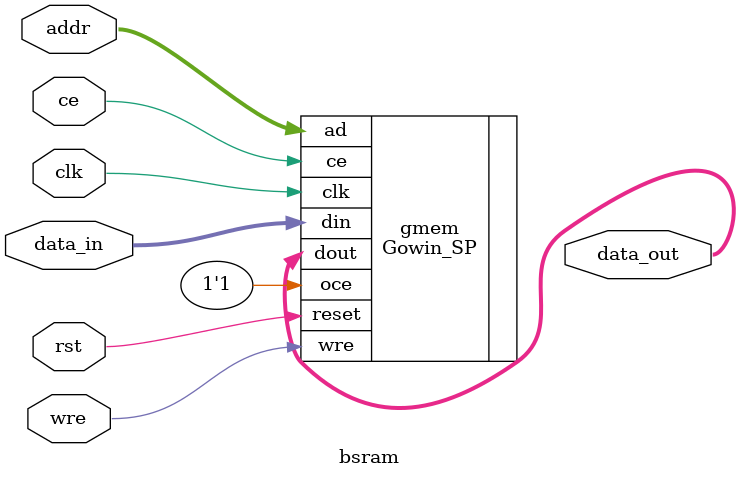
<source format=v>


module bsram (
	      input 	   clk,
	      input 	   rst,
	      input 	   ce, 
	      input 	   wre,
	      input [13:0] addr,
	      input [7:0]  data_in,
	      output [7:0] data_out
	       );

// Define one of DIRECT, FROMDOC, or GENERIC
`define DIRECT

`ifdef GENERIC
   reg [7:0] 		   mem[16383:0];
   reg [13:0] 		   read_addr;

   always @(posedge clk) begin
      if (wre)
	mem[addr] <= data_in;
      read_addr <= addr;
   end

   assign data_out = mem[read_addr];

`elsif FROMDOC
   reg [7:0] 		   mem[16383:0];
   reg [7:0] 		   data_out_reg;

   always @(posedge clk or posedge rst)
     if (rst)
       data_out_reg <= 0;
     else
       if (ce & !wre)
	 data_out_reg <= mem[addr];

   always @(posedge clk)
     if (ce & wre)
       mem[addr] <= data_in;
   
   assign data_out = data_out_reg;

`elsif DIRECT

   Gowin_SP gmem (
		  .dout(data_out),
		  .clk(clk),
		  .oce(1'b1),
		  .ce(ce),
		  .reset(rst),
		  .wre(wre),
		  .ad(addr),
		  .din(data_in)
		  );

`endif
endmodule // bsram

   

</source>
